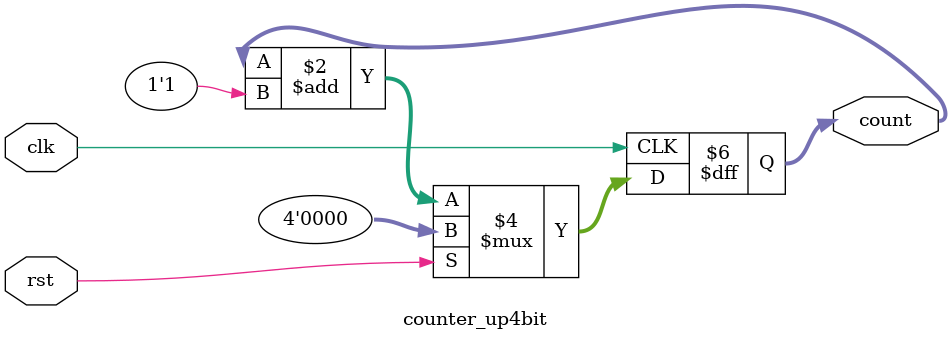
<source format=v>
module counter_up4bit(clk,rst,count);
  
  input clk,rst;
  output reg [3:0]count;
  
  always@(posedge clk)
    begin
      if(rst)
        count<=0;
      else
        count<=count+1'b1;
    end
  
  endmodule

</source>
